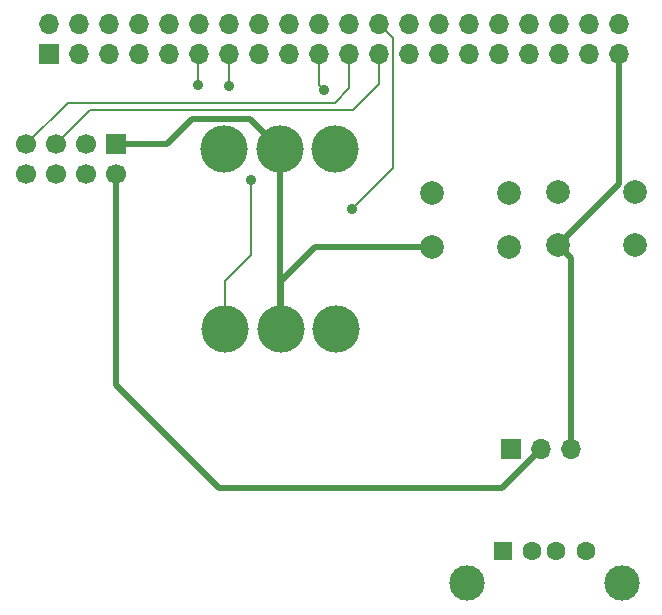
<source format=gbl>
G04 #@! TF.GenerationSoftware,KiCad,Pcbnew,7.0.1*
G04 #@! TF.CreationDate,2025-11-07T15:36:25+01:00*
G04 #@! TF.ProjectId,MTP_PCB,4d54505f-5043-4422-9e6b-696361645f70,rev?*
G04 #@! TF.SameCoordinates,Original*
G04 #@! TF.FileFunction,Copper,L2,Bot*
G04 #@! TF.FilePolarity,Positive*
%FSLAX46Y46*%
G04 Gerber Fmt 4.6, Leading zero omitted, Abs format (unit mm)*
G04 Created by KiCad (PCBNEW 7.0.1) date 2025-11-07 15:36:25*
%MOMM*%
%LPD*%
G01*
G04 APERTURE LIST*
G04 #@! TA.AperFunction,ComponentPad*
%ADD10R,1.600000X1.500000*%
G04 #@! TD*
G04 #@! TA.AperFunction,ComponentPad*
%ADD11C,1.600000*%
G04 #@! TD*
G04 #@! TA.AperFunction,ComponentPad*
%ADD12C,3.000000*%
G04 #@! TD*
G04 #@! TA.AperFunction,ComponentPad*
%ADD13C,4.000000*%
G04 #@! TD*
G04 #@! TA.AperFunction,ComponentPad*
%ADD14R,1.700000X1.700000*%
G04 #@! TD*
G04 #@! TA.AperFunction,ComponentPad*
%ADD15C,1.700000*%
G04 #@! TD*
G04 #@! TA.AperFunction,ComponentPad*
%ADD16O,1.700000X1.700000*%
G04 #@! TD*
G04 #@! TA.AperFunction,ComponentPad*
%ADD17C,2.000000*%
G04 #@! TD*
G04 #@! TA.AperFunction,ViaPad*
%ADD18C,0.900000*%
G04 #@! TD*
G04 #@! TA.AperFunction,Conductor*
%ADD19C,0.500000*%
G04 #@! TD*
G04 #@! TA.AperFunction,Conductor*
%ADD20C,0.200000*%
G04 #@! TD*
G04 APERTURE END LIST*
D10*
X146800000Y-90790000D03*
D11*
X149300000Y-90790000D03*
X151300000Y-90790000D03*
X153800000Y-90790000D03*
D12*
X143730000Y-93500000D03*
X156870000Y-93500000D03*
D13*
X123200000Y-56750000D03*
X127900000Y-56750000D03*
X132600000Y-56750000D03*
D14*
X114025000Y-56400000D03*
D15*
X114025000Y-58940000D03*
X111485000Y-56400000D03*
X111485000Y-58940000D03*
X108945000Y-56400000D03*
X108945000Y-58940000D03*
X106405000Y-56400000D03*
X106405000Y-58940000D03*
D14*
X147475000Y-82175000D03*
D16*
X150015000Y-82175000D03*
X152555000Y-82175000D03*
D17*
X157950000Y-64950000D03*
X151450000Y-64950000D03*
X157950000Y-60450000D03*
X151450000Y-60450000D03*
X147300000Y-65050000D03*
X140800000Y-65050000D03*
X147300000Y-60550000D03*
X140800000Y-60550000D03*
D13*
X123300000Y-72000000D03*
X128000000Y-72000000D03*
X132700000Y-72000000D03*
D14*
X108370000Y-48770000D03*
D16*
X108370000Y-46230000D03*
X110910000Y-48770000D03*
X110910000Y-46230000D03*
X113450000Y-48770000D03*
X113450000Y-46230000D03*
X115990000Y-48770000D03*
X115990000Y-46230000D03*
X118530000Y-48770000D03*
X118530000Y-46230000D03*
X121070000Y-48770000D03*
X121070000Y-46230000D03*
X123610000Y-48770000D03*
X123610000Y-46230000D03*
X126150000Y-48770000D03*
X126150000Y-46230000D03*
X128690000Y-48770000D03*
X128690000Y-46230000D03*
X131230000Y-48770000D03*
X131230000Y-46230000D03*
X133770000Y-48770000D03*
X133770000Y-46230000D03*
X136310000Y-48770000D03*
X136310000Y-46230000D03*
X138850000Y-48770000D03*
X138850000Y-46230000D03*
X141390000Y-48770000D03*
X141390000Y-46230000D03*
X143930000Y-48770000D03*
X143930000Y-46230000D03*
X146470000Y-48770000D03*
X146470000Y-46230000D03*
X149010000Y-48770000D03*
X149010000Y-46230000D03*
X151550000Y-48770000D03*
X151550000Y-46230000D03*
X154090000Y-48770000D03*
X154090000Y-46230000D03*
X156630000Y-48770000D03*
X156630000Y-46230000D03*
D18*
X121000000Y-51400000D03*
X123650000Y-51450000D03*
X125500000Y-59400000D03*
X131650000Y-51799500D03*
X134000000Y-61850000D03*
D19*
X128000000Y-72000000D02*
X127900000Y-71900000D01*
X127900000Y-71900000D02*
X127900000Y-56750000D01*
X128000000Y-67950000D02*
X128000000Y-72000000D01*
X130900000Y-65050000D02*
X128000000Y-67950000D01*
X140800000Y-65050000D02*
X130900000Y-65050000D01*
D20*
X123300000Y-67950000D02*
X123300000Y-72000000D01*
X125500000Y-65750000D02*
X123300000Y-67950000D01*
X125500000Y-59400000D02*
X125500000Y-65750000D01*
D19*
X125400000Y-54250000D02*
X127900000Y-56750000D01*
X120500000Y-54250000D02*
X125400000Y-54250000D01*
X118350000Y-56400000D02*
X120500000Y-54250000D01*
X114025000Y-56400000D02*
X118350000Y-56400000D01*
X146690000Y-85500000D02*
X150015000Y-82175000D01*
X122750000Y-85500000D02*
X146690000Y-85500000D01*
X114025000Y-76775000D02*
X122750000Y-85500000D01*
X114025000Y-58940000D02*
X114025000Y-76775000D01*
X156630000Y-59770000D02*
X156630000Y-48770000D01*
X151450000Y-64950000D02*
X156630000Y-59770000D01*
X152555000Y-66055000D02*
X151450000Y-64950000D01*
X152555000Y-82175000D02*
X152555000Y-66055000D01*
D20*
X121000000Y-51400000D02*
X121000000Y-48840000D01*
X121000000Y-48840000D02*
X121070000Y-48770000D01*
X123650000Y-51450000D02*
X123610000Y-51410000D01*
X123610000Y-51410000D02*
X123610000Y-48770000D01*
X131650000Y-51799500D02*
X131230000Y-51379500D01*
X131230000Y-51379500D02*
X131230000Y-48770000D01*
X133770000Y-51630000D02*
X133770000Y-48770000D01*
X106405000Y-56400000D02*
X109955000Y-52850000D01*
X132550000Y-52850000D02*
X133770000Y-51630000D01*
X109955000Y-52850000D02*
X132550000Y-52850000D01*
X134100000Y-53500000D02*
X111845000Y-53500000D01*
X111845000Y-53500000D02*
X108945000Y-56400000D01*
X136310000Y-48770000D02*
X136310000Y-51290000D01*
X136310000Y-51290000D02*
X134100000Y-53500000D01*
X137460000Y-58390000D02*
X137460000Y-47380000D01*
X134000000Y-61850000D02*
X137460000Y-58390000D01*
X137460000Y-47380000D02*
X136310000Y-46230000D01*
M02*

</source>
